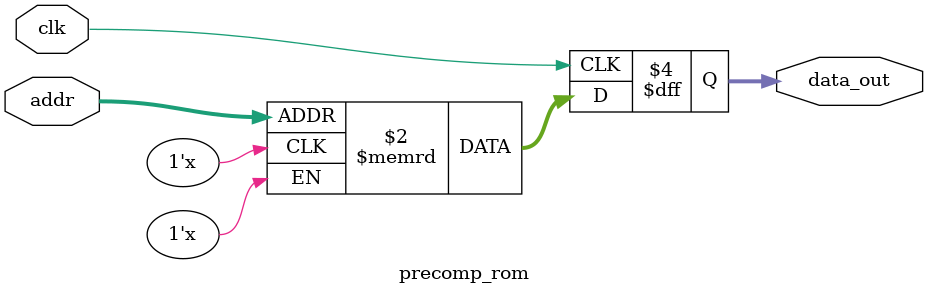
<source format=v>
module precomp_rom (
        input clk,
        input [12:0] addr,  // 5 bit for round 8 bit for value
        output reg [254:0] data_out
);

reg [254:0] ram[8191:0];

// Initialize RAM from file
parameter MEM_INIT_FILE = "";

initial begin
  if (MEM_INIT_FILE != "") begin
    $readmemh(MEM_INIT_FILE, ram);
  end
end

always @(posedge clk) begin
    // Place data from RAM
    data_out <= ram[addr];
end

endmodule


</source>
